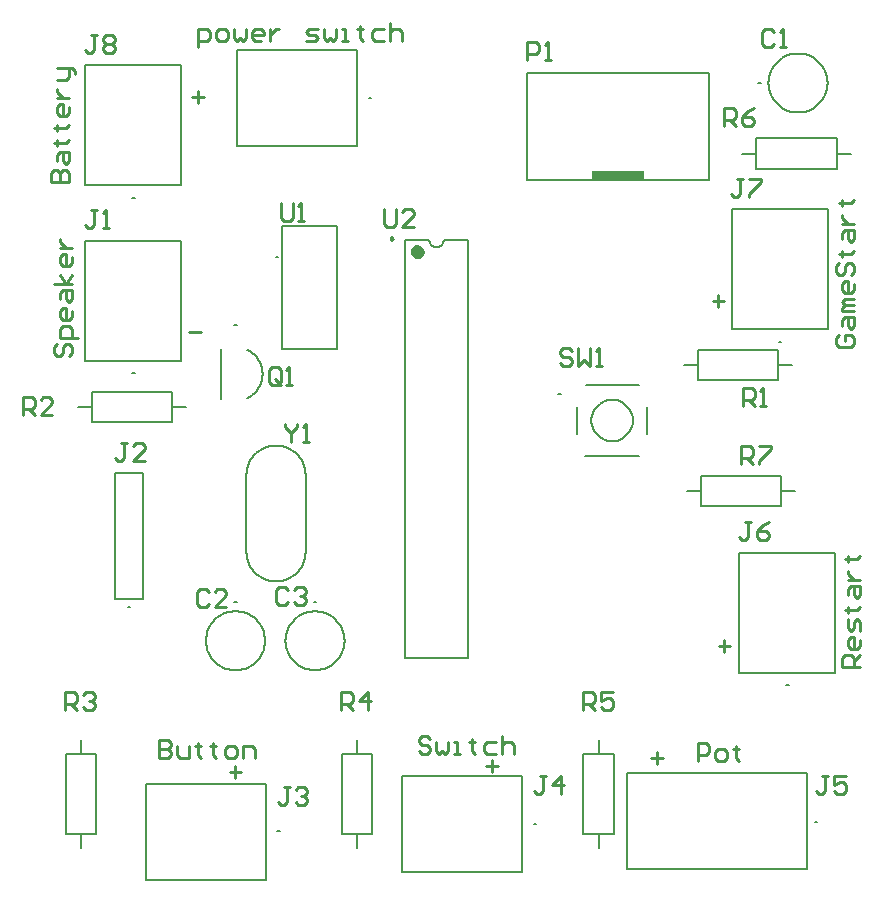
<source format=gto>
G04*
G04 #@! TF.GenerationSoftware,Altium Limited,Altium Designer,25.2.1 (25)*
G04*
G04 Layer_Color=65535*
%FSLAX25Y25*%
%MOIN*%
G70*
G04*
G04 #@! TF.SameCoordinates,06D7508E-8D86-4BD8-A93B-F394D34A9F42*
G04*
G04*
G04 #@! TF.FilePolarity,Positive*
G04*
G01*
G75*
%ADD10C,0.00787*%
%ADD11C,0.00500*%
%ADD12C,0.00984*%
%ADD13C,0.02362*%
%ADD14C,0.01000*%
%ADD15R,0.17717X0.03150*%
D10*
X383965Y215606D02*
X383177D01*
X383965D01*
X290224Y215000D02*
X289437D01*
X290224D01*
X204724Y212555D02*
X203937D01*
X204724D01*
X190394Y381354D02*
X189606D01*
X190394D01*
X365098Y462000D02*
X364311D01*
X365098D01*
X204252Y404000D02*
X203465D01*
X204252D01*
X190394Y288858D02*
X189606D01*
X190394D01*
X216894D02*
X216106D01*
X216894D01*
X254500Y409685D02*
X254690Y408728D01*
X255232Y407917D01*
X256043Y407375D01*
X257000Y407185D01*
X257957Y407375D01*
X258768Y407917D01*
X259310Y408728D01*
X259500Y409685D01*
X235224Y457000D02*
X234437D01*
X235224D01*
X156394Y365169D02*
X155606D01*
X156394D01*
X298394Y358358D02*
X297606D01*
X298394D01*
X156394Y423669D02*
X155606D01*
X156394D01*
X154894Y287437D02*
X154106D01*
X154894D01*
X374394Y261169D02*
X373606D01*
X374394D01*
X371894Y375669D02*
X371106D01*
X371894D01*
X246567Y270315D02*
Y409685D01*
X267433Y270315D02*
Y409685D01*
X246567D02*
X254500D01*
X259500D02*
X267433D01*
X246567Y270315D02*
X267433D01*
X149750Y289996D02*
X159250D01*
X149750Y332004D02*
X159250D01*
X149750Y289996D02*
Y332004D01*
X159250Y289996D02*
Y332004D01*
X287028Y429783D02*
Y465216D01*
Y429783D02*
X347972D01*
X287028Y465216D02*
X347972D01*
Y429783D02*
Y465216D01*
D11*
X199016Y364991D02*
X198960Y365998D01*
X198791Y366992D01*
X198513Y367961D01*
X198129Y368893D01*
X197644Y369776D01*
X197063Y370600D01*
X196394Y371353D01*
X195644Y372028D01*
X194825Y372615D01*
X193945Y373106D01*
Y356894D02*
X194825Y357385D01*
X195644Y357972D01*
X196394Y358647D01*
X197063Y359400D01*
X197644Y360224D01*
X198129Y361107D01*
X198513Y362039D01*
X198791Y363008D01*
X198960Y364002D01*
X199016Y365009D01*
X387343Y462000D02*
X387292Y462996D01*
X387141Y463981D01*
X386891Y464947D01*
X386545Y465881D01*
X386106Y466777D01*
X385578Y467623D01*
X384968Y468411D01*
X384281Y469134D01*
X383525Y469783D01*
X382706Y470353D01*
X381835Y470837D01*
X380918Y471230D01*
X379967Y471528D01*
X378990Y471729D01*
X377998Y471830D01*
X377002D01*
X376010Y471729D01*
X375033Y471528D01*
X374082Y471230D01*
X373165Y470837D01*
X372294Y470353D01*
X371475Y469783D01*
X370719Y469134D01*
X370032Y468411D01*
X369422Y467623D01*
X368894Y466777D01*
X368455Y465881D01*
X368109Y464947D01*
X367859Y463981D01*
X367708Y462996D01*
X367657Y462000D01*
X367708Y461004D01*
X367859Y460019D01*
X368109Y459054D01*
X368455Y458118D01*
X368894Y457223D01*
X369422Y456377D01*
X370032Y455589D01*
X370719Y454866D01*
X371475Y454217D01*
X372294Y453647D01*
X373165Y453163D01*
X374082Y452770D01*
X375033Y452472D01*
X376010Y452271D01*
X377002Y452170D01*
X377998D01*
X378991Y452271D01*
X379967Y452472D01*
X380918Y452770D01*
X381835Y453163D01*
X382706Y453647D01*
X383525Y454217D01*
X384281Y454866D01*
X384968Y455589D01*
X385578Y456377D01*
X386106Y457223D01*
X386545Y458119D01*
X386891Y459054D01*
X387141Y460019D01*
X387292Y461004D01*
X387343Y462000D01*
X203500Y341138D02*
X202471Y341084D01*
X201454Y340923D01*
X200459Y340656D01*
X199497Y340287D01*
X198579Y339819D01*
X197715Y339258D01*
X196914Y338610D01*
X196186Y337881D01*
X195537Y337081D01*
X194976Y336216D01*
X194508Y335299D01*
X194139Y334337D01*
X193873Y333342D01*
X193711Y332324D01*
X193658Y331295D01*
X213342D02*
X213289Y332324D01*
X213127Y333342D01*
X212861Y334337D01*
X212492Y335299D01*
X212024Y336216D01*
X211463Y337081D01*
X210814Y337881D01*
X210086Y338610D01*
X209285Y339258D01*
X208421Y339819D01*
X207503Y340287D01*
X206541Y340656D01*
X205546Y340923D01*
X204529Y341084D01*
X203500Y341138D01*
X193658Y305705D02*
X193711Y304676D01*
X193873Y303658D01*
X194139Y302663D01*
X194508Y301701D01*
X194976Y300783D01*
X195537Y299919D01*
X196186Y299119D01*
X196914Y298390D01*
X197715Y297742D01*
X198579Y297181D01*
X199497Y296713D01*
X200459Y296344D01*
X201454Y296077D01*
X202471Y295916D01*
X203500Y295862D01*
X204529Y295916D01*
X205546Y296077D01*
X206541Y296344D01*
X207503Y296713D01*
X208421Y297181D01*
X209285Y297742D01*
X210086Y298390D01*
X210814Y299119D01*
X211463Y299919D01*
X212024Y300783D01*
X212492Y301701D01*
X212861Y302663D01*
X213127Y303658D01*
X213289Y304676D01*
X213342Y305705D01*
X199843Y276063D02*
X199792Y277059D01*
X199641Y278044D01*
X199391Y279010D01*
X199045Y279944D01*
X198606Y280840D01*
X198078Y281686D01*
X197468Y282474D01*
X196781Y283197D01*
X196025Y283846D01*
X195206Y284416D01*
X194335Y284900D01*
X193418Y285293D01*
X192467Y285591D01*
X191490Y285792D01*
X190498Y285893D01*
X189502D01*
X188510Y285792D01*
X187533Y285591D01*
X186582Y285293D01*
X185665Y284900D01*
X184794Y284416D01*
X183975Y283846D01*
X183219Y283197D01*
X182532Y282474D01*
X181922Y281686D01*
X181394Y280840D01*
X180955Y279944D01*
X180609Y279010D01*
X180359Y278044D01*
X180208Y277059D01*
X180157Y276063D01*
X180208Y275067D01*
X180359Y274082D01*
X180609Y273116D01*
X180955Y272182D01*
X181394Y271286D01*
X181922Y270440D01*
X182532Y269652D01*
X183219Y268929D01*
X183975Y268280D01*
X184794Y267710D01*
X185665Y267226D01*
X186582Y266833D01*
X187533Y266535D01*
X188510Y266334D01*
X189502Y266233D01*
X190498D01*
X191490Y266334D01*
X192467Y266535D01*
X193418Y266833D01*
X194335Y267226D01*
X195206Y267710D01*
X196025Y268280D01*
X196781Y268929D01*
X197468Y269652D01*
X198078Y270440D01*
X198606Y271286D01*
X199045Y272182D01*
X199391Y273116D01*
X199641Y274082D01*
X199792Y275067D01*
X199843Y276063D01*
X226343D02*
X226292Y277059D01*
X226141Y278044D01*
X225891Y279010D01*
X225545Y279944D01*
X225106Y280840D01*
X224578Y281686D01*
X223968Y282474D01*
X223281Y283197D01*
X222525Y283846D01*
X221706Y284416D01*
X220835Y284900D01*
X219918Y285293D01*
X218967Y285591D01*
X217990Y285792D01*
X216999Y285893D01*
X216002D01*
X215010Y285792D01*
X214033Y285591D01*
X213082Y285293D01*
X212165Y284900D01*
X211294Y284416D01*
X210475Y283846D01*
X209719Y283197D01*
X209032Y282474D01*
X208422Y281686D01*
X207894Y280840D01*
X207455Y279944D01*
X207109Y279010D01*
X206859Y278044D01*
X206708Y277059D01*
X206658Y276063D01*
X206708Y275067D01*
X206859Y274082D01*
X207109Y273116D01*
X207455Y272182D01*
X207894Y271286D01*
X208422Y270440D01*
X209032Y269652D01*
X209719Y268929D01*
X210475Y268280D01*
X211294Y267710D01*
X212165Y267226D01*
X213082Y266833D01*
X214033Y266535D01*
X215010Y266334D01*
X216002Y266233D01*
X216999D01*
X217990Y266334D01*
X218967Y266535D01*
X219918Y266833D01*
X220835Y267226D01*
X221706Y267710D01*
X222525Y268280D01*
X223281Y268929D01*
X223968Y269652D01*
X224578Y270440D01*
X225106Y271286D01*
X225545Y272182D01*
X225891Y273116D01*
X226141Y274082D01*
X226292Y275067D01*
X226343Y276063D01*
X322410Y349500D02*
X322336Y350506D01*
X322116Y351491D01*
X321756Y352433D01*
X321263Y353312D01*
X320646Y354111D01*
X319920Y354811D01*
X319099Y355398D01*
X318202Y355859D01*
X317248Y356185D01*
X316256Y356368D01*
X315248Y356405D01*
X314245Y356294D01*
X313269Y356039D01*
X312341Y355645D01*
X311480Y355119D01*
X310704Y354474D01*
X310031Y353723D01*
X309475Y352882D01*
X309047Y351968D01*
X308756Y351002D01*
X308609Y350004D01*
Y348996D01*
X308756Y347998D01*
X309047Y347032D01*
X309475Y346118D01*
X310031Y345277D01*
X310704Y344526D01*
X311480Y343881D01*
X312341Y343355D01*
X313269Y342961D01*
X314245Y342705D01*
X315248Y342595D01*
X316256Y342632D01*
X317248Y342815D01*
X318202Y343141D01*
X319099Y343602D01*
X319920Y344189D01*
X320646Y344889D01*
X321263Y345688D01*
X321756Y346567D01*
X322116Y347509D01*
X322336Y348494D01*
X322410Y349500D01*
X320500Y232142D02*
X380500D01*
X320500Y199858D02*
Y232142D01*
Y199858D02*
X380500D01*
Y232142D01*
X285500Y198858D02*
Y230945D01*
X245500Y198858D02*
X285500D01*
X245500D02*
Y230945D01*
X285500D01*
X200000Y196413D02*
Y228500D01*
X160000Y196413D02*
X200000D01*
X160000D02*
Y228500D01*
X200000D01*
X344114Y368000D02*
Y373118D01*
Y362882D02*
Y368000D01*
Y362882D02*
X370886D01*
Y368000D01*
Y373118D01*
X344114D02*
X370886D01*
X339469Y368000D02*
X344114D01*
X370886D02*
X375532D01*
X371886Y320882D02*
Y326000D01*
Y331118D01*
X345114D02*
X371886D01*
X345114Y326000D02*
Y331118D01*
Y320882D02*
Y326000D01*
Y320882D02*
X371886D01*
Y326000D02*
X376532D01*
X340469D02*
X345114D01*
X168886Y348882D02*
Y354000D01*
Y359118D01*
X142114D02*
X168886D01*
X142114Y354000D02*
Y359118D01*
Y348882D02*
Y354000D01*
Y348882D02*
X168886D01*
Y354000D02*
X173531D01*
X137469D02*
X142114D01*
X185000Y356594D02*
Y373406D01*
X205650Y373488D02*
Y414433D01*
Y373488D02*
X223760D01*
Y414433D01*
X205650D02*
X223760D01*
X193658Y305705D02*
Y331295D01*
X213342Y305705D02*
Y331295D01*
X230500Y440858D02*
Y472945D01*
X190500Y440858D02*
X230500D01*
X190500D02*
Y472945D01*
X230500D01*
X133382Y211614D02*
X138500D01*
X143618D01*
Y238386D01*
X138500D02*
X143618D01*
X133382D02*
X138500D01*
X133382Y211614D02*
Y238386D01*
X138500Y206968D02*
Y211614D01*
Y238386D02*
Y243032D01*
X225382Y211614D02*
X230500D01*
X235618D01*
Y238386D01*
X230500D02*
X235618D01*
X225382D02*
X230500D01*
X225382Y211614D02*
Y238386D01*
X230500Y206968D02*
Y211614D01*
Y238386D02*
Y243032D01*
X305882Y211614D02*
X311000D01*
X316118D01*
Y238386D01*
X311000D02*
X316118D01*
X305882D02*
X311000D01*
X305882Y211614D02*
Y238386D01*
X311000Y206968D02*
Y211614D01*
Y238386D02*
Y243032D01*
X390386Y433382D02*
Y438500D01*
Y443618D01*
X363614D02*
X390386D01*
X363614Y438500D02*
Y443618D01*
Y433382D02*
Y438500D01*
Y433382D02*
X390386D01*
Y438500D02*
X395031D01*
X358968D02*
X363614D01*
X171945Y369500D02*
Y409500D01*
X139858D02*
X171945D01*
X139858Y369500D02*
Y409500D01*
Y369500D02*
X171945D01*
X306839Y361291D02*
X324555D01*
X327311Y344972D02*
Y354028D01*
X306445Y337709D02*
X324555D01*
X303709Y344972D02*
Y354028D01*
X171945Y428000D02*
Y468000D01*
X139858D02*
X171945D01*
X139858Y428000D02*
Y468000D01*
Y428000D02*
X171945D01*
X389945Y265500D02*
Y305500D01*
X357858D02*
X389945D01*
X357858Y265500D02*
Y305500D01*
Y265500D02*
X389945D01*
X387445Y380000D02*
Y420000D01*
X355358D02*
X387445D01*
X355358Y380000D02*
Y420000D01*
Y380000D02*
X387445D01*
D12*
X242492Y410118D02*
X241754Y410544D01*
Y409692D01*
X242492Y410118D01*
D13*
X251685Y405748D02*
X251240Y406671D01*
X250241Y406899D01*
X249440Y406260D01*
Y405236D01*
X250241Y404597D01*
X251240Y404825D01*
X251685Y405748D01*
D14*
X398000Y267500D02*
X392002D01*
Y270499D01*
X393002Y271499D01*
X395001D01*
X396001Y270499D01*
Y267500D01*
Y269499D02*
X398000Y271499D01*
Y276497D02*
Y274498D01*
X397000Y273498D01*
X395001D01*
X394001Y274498D01*
Y276497D01*
X395001Y277497D01*
X396001D01*
Y273498D01*
X398000Y279496D02*
Y282495D01*
X397000Y283495D01*
X396001Y282495D01*
Y280496D01*
X395001Y279496D01*
X394001Y280496D01*
Y283495D01*
X393002Y286494D02*
X394001D01*
Y285494D01*
Y287493D01*
Y286494D01*
X397000D01*
X398000Y287493D01*
X394001Y291492D02*
Y293492D01*
X395001Y294491D01*
X398000D01*
Y291492D01*
X397000Y290493D01*
X396001Y291492D01*
Y294491D01*
X394001Y296491D02*
X398000D01*
X396001D01*
X395001Y297490D01*
X394001Y298490D01*
Y299490D01*
X393002Y303488D02*
X394001D01*
Y302489D01*
Y304488D01*
Y303488D01*
X397000D01*
X398000Y304488D01*
X391002Y377999D02*
X390002Y376999D01*
Y375000D01*
X391002Y374000D01*
X395000D01*
X396000Y375000D01*
Y376999D01*
X395000Y377999D01*
X393001D01*
Y375999D01*
X392001Y380998D02*
Y382997D01*
X393001Y383997D01*
X396000D01*
Y380998D01*
X395000Y379998D01*
X394001Y380998D01*
Y383997D01*
X396000Y385996D02*
X392001D01*
Y386996D01*
X393001Y387996D01*
X396000D01*
X393001D01*
X392001Y388995D01*
X393001Y389995D01*
X396000D01*
Y394993D02*
Y392994D01*
X395000Y391994D01*
X393001D01*
X392001Y392994D01*
Y394993D01*
X393001Y395993D01*
X394001D01*
Y391994D01*
X391002Y401991D02*
X390002Y400991D01*
Y398992D01*
X391002Y397992D01*
X392001D01*
X393001Y398992D01*
Y400991D01*
X394001Y401991D01*
X395000D01*
X396000Y400991D01*
Y398992D01*
X395000Y397992D01*
X391002Y404990D02*
X392001D01*
Y403990D01*
Y405990D01*
Y404990D01*
X395000D01*
X396000Y405990D01*
X392001Y409988D02*
Y411988D01*
X393001Y412987D01*
X396000D01*
Y409988D01*
X395000Y408989D01*
X394001Y409988D01*
Y412987D01*
X392001Y414987D02*
X396000D01*
X394001D01*
X393001Y415986D01*
X392001Y416986D01*
Y417986D01*
X391002Y421984D02*
X392001D01*
Y420985D01*
Y422984D01*
Y421984D01*
X395000D01*
X396000Y422984D01*
X349000Y389499D02*
X352999D01*
X350999Y391499D02*
Y387500D01*
X351000Y274499D02*
X354999D01*
X352999Y276499D02*
Y272500D01*
X328500Y236999D02*
X332499D01*
X330499Y238999D02*
Y235000D01*
X273500Y234499D02*
X277499D01*
X275499Y236499D02*
Y232500D01*
X188000Y232499D02*
X191999D01*
X189999Y234499D02*
Y230500D01*
X174500Y379000D02*
X178499D01*
X130502Y374999D02*
X129503Y373999D01*
Y372000D01*
X130502Y371000D01*
X131502D01*
X132502Y372000D01*
Y373999D01*
X133501Y374999D01*
X134501D01*
X135501Y373999D01*
Y372000D01*
X134501Y371000D01*
X137500Y376998D02*
X131502D01*
Y379997D01*
X132502Y380997D01*
X134501D01*
X135501Y379997D01*
Y376998D01*
Y385995D02*
Y383996D01*
X134501Y382996D01*
X132502D01*
X131502Y383996D01*
Y385995D01*
X132502Y386995D01*
X133501D01*
Y382996D01*
X131502Y389994D02*
Y391993D01*
X132502Y392993D01*
X135501D01*
Y389994D01*
X134501Y388994D01*
X133501Y389994D01*
Y392993D01*
X135501Y394992D02*
X129503D01*
X133501D02*
X131502Y397991D01*
X133501Y394992D02*
X135501Y397991D01*
Y403989D02*
Y401990D01*
X134501Y400990D01*
X132502D01*
X131502Y401990D01*
Y403989D01*
X132502Y404989D01*
X133501D01*
Y400990D01*
X131502Y406988D02*
X135501D01*
X133501D01*
X132502Y407988D01*
X131502Y408988D01*
Y409987D01*
X175500Y457499D02*
X179499D01*
X177499Y459499D02*
Y455500D01*
X128503Y429000D02*
X134501D01*
Y431999D01*
X133501Y432999D01*
X132501D01*
X131502Y431999D01*
Y429000D01*
Y431999D01*
X130502Y432999D01*
X129502D01*
X128503Y431999D01*
Y429000D01*
X130502Y435998D02*
Y437997D01*
X131502Y438997D01*
X134501D01*
Y435998D01*
X133501Y434998D01*
X132501Y435998D01*
Y438997D01*
X129502Y441996D02*
X130502D01*
Y440996D01*
Y442996D01*
Y441996D01*
X133501D01*
X134501Y442996D01*
X129502Y446994D02*
X130502D01*
Y445995D01*
Y447994D01*
Y446994D01*
X133501D01*
X134501Y447994D01*
Y453992D02*
Y451993D01*
X133501Y450993D01*
X131502D01*
X130502Y451993D01*
Y453992D01*
X131502Y454992D01*
X132501D01*
Y450993D01*
X130502Y456991D02*
X134501D01*
X132501D01*
X131502Y457991D01*
X130502Y458990D01*
Y459990D01*
Y462989D02*
X133501D01*
X134501Y463989D01*
Y466988D01*
X135500D01*
X136500Y465988D01*
Y464988D01*
X134501Y466988D02*
X130502D01*
X344000Y236000D02*
Y241998D01*
X346999D01*
X347999Y240998D01*
Y238999D01*
X346999Y237999D01*
X344000D01*
X350998Y236000D02*
X352997D01*
X353997Y237000D01*
Y238999D01*
X352997Y239999D01*
X350998D01*
X349998Y238999D01*
Y237000D01*
X350998Y236000D01*
X356996Y240998D02*
Y239999D01*
X355996D01*
X357996D01*
X356996D01*
Y237000D01*
X357996Y236000D01*
X254999Y243498D02*
X253999Y244498D01*
X252000D01*
X251000Y243498D01*
Y242499D01*
X252000Y241499D01*
X253999D01*
X254999Y240499D01*
Y239500D01*
X253999Y238500D01*
X252000D01*
X251000Y239500D01*
X256998Y242499D02*
Y239500D01*
X257998Y238500D01*
X258997Y239500D01*
X259997Y238500D01*
X260997Y239500D01*
Y242499D01*
X262996Y238500D02*
X264996D01*
X263996D01*
Y242499D01*
X262996D01*
X268994Y243498D02*
Y242499D01*
X267994D01*
X269994D01*
X268994D01*
Y239500D01*
X269994Y238500D01*
X276992Y242499D02*
X273993D01*
X272993Y241499D01*
Y239500D01*
X273993Y238500D01*
X276992D01*
X278991Y244498D02*
Y238500D01*
Y241499D01*
X279991Y242499D01*
X281990D01*
X282990Y241499D01*
Y238500D01*
X164500Y242998D02*
Y237000D01*
X167499D01*
X168499Y238000D01*
Y238999D01*
X167499Y239999D01*
X164500D01*
X167499D01*
X168499Y240999D01*
Y241998D01*
X167499Y242998D01*
X164500D01*
X170498Y240999D02*
Y238000D01*
X171498Y237000D01*
X174497D01*
Y240999D01*
X177496Y241998D02*
Y240999D01*
X176496D01*
X178496D01*
X177496D01*
Y238000D01*
X178496Y237000D01*
X182494Y241998D02*
Y240999D01*
X181494D01*
X183494D01*
X182494D01*
Y238000D01*
X183494Y237000D01*
X187493D02*
X189492D01*
X190492Y238000D01*
Y239999D01*
X189492Y240999D01*
X187493D01*
X186493Y239999D01*
Y238000D01*
X187493Y237000D01*
X192491D02*
Y240999D01*
X195490D01*
X196490Y239999D01*
Y237000D01*
X206501Y348499D02*
Y347499D01*
X208501Y345500D01*
X210500Y347499D01*
Y348499D01*
X208501Y345500D02*
Y342501D01*
X212499D02*
X214499D01*
X213499D01*
Y348499D01*
X212499Y347499D01*
X358502Y335001D02*
Y340999D01*
X361501D01*
X362500Y339999D01*
Y338000D01*
X361501Y337000D01*
X358502D01*
X360501D02*
X362500Y335001D01*
X364500Y340999D02*
X368498D01*
Y339999D01*
X364500Y336001D01*
Y335001D01*
X352900Y447700D02*
Y453698D01*
X355899D01*
X356899Y452698D01*
Y450699D01*
X355899Y449699D01*
X352900D01*
X354899D02*
X356899Y447700D01*
X362897Y453698D02*
X360897Y452698D01*
X358898Y450699D01*
Y448700D01*
X359898Y447700D01*
X361897D01*
X362897Y448700D01*
Y449699D01*
X361897Y450699D01*
X358898D01*
X305800Y253100D02*
Y259098D01*
X308799D01*
X309799Y258098D01*
Y256099D01*
X308799Y255099D01*
X305800D01*
X307799D02*
X309799Y253100D01*
X315797Y259098D02*
X311798D01*
Y256099D01*
X313797Y257099D01*
X314797D01*
X315797Y256099D01*
Y254100D01*
X314797Y253100D01*
X312798D01*
X311798Y254100D01*
X225300Y253100D02*
Y259098D01*
X228299D01*
X229299Y258098D01*
Y256099D01*
X228299Y255099D01*
X225300D01*
X227299D02*
X229299Y253100D01*
X234297D02*
Y259098D01*
X231298Y256099D01*
X235297D01*
X133300Y253100D02*
Y259098D01*
X136299D01*
X137299Y258098D01*
Y256099D01*
X136299Y255099D01*
X133300D01*
X135299D02*
X137299Y253100D01*
X139298Y258098D02*
X140298Y259098D01*
X142297D01*
X143297Y258098D01*
Y257099D01*
X142297Y256099D01*
X141297D01*
X142297D01*
X143297Y255099D01*
Y254100D01*
X142297Y253100D01*
X140298D01*
X139298Y254100D01*
X119002Y351501D02*
Y357499D01*
X122001D01*
X123000Y356499D01*
Y354500D01*
X122001Y353500D01*
X119002D01*
X121001D02*
X123000Y351501D01*
X128998D02*
X125000D01*
X128998Y355500D01*
Y356499D01*
X127999Y357499D01*
X125999D01*
X125000Y356499D01*
X359001Y354501D02*
Y360499D01*
X362000D01*
X363000Y359499D01*
Y357500D01*
X362000Y356500D01*
X359001D01*
X361001D02*
X363000Y354501D01*
X364999D02*
X366999D01*
X365999D01*
Y360499D01*
X364999Y359499D01*
X207500Y292999D02*
X206501Y293999D01*
X204501D01*
X203502Y292999D01*
Y289001D01*
X204501Y288001D01*
X206501D01*
X207500Y289001D01*
X209500Y292999D02*
X210499Y293999D01*
X212499D01*
X213498Y292999D01*
Y292000D01*
X212499Y291000D01*
X211499D01*
X212499D01*
X213498Y290000D01*
Y289001D01*
X212499Y288001D01*
X210499D01*
X209500Y289001D01*
X181000Y292499D02*
X180001Y293499D01*
X178001D01*
X177002Y292499D01*
Y288501D01*
X178001Y287501D01*
X180001D01*
X181000Y288501D01*
X186998Y287501D02*
X183000D01*
X186998Y291500D01*
Y292499D01*
X185999Y293499D01*
X183999D01*
X183000Y292499D01*
X369500Y478999D02*
X368500Y479999D01*
X366501D01*
X365501Y478999D01*
Y475001D01*
X366501Y474001D01*
X368500D01*
X369500Y475001D01*
X371499Y474001D02*
X373499D01*
X372499D01*
Y479999D01*
X371499Y478999D01*
X177511Y474001D02*
Y479999D01*
X180510D01*
X181510Y479000D01*
Y477000D01*
X180510Y476001D01*
X177511D01*
X184509D02*
X186508D01*
X187508Y477000D01*
Y479000D01*
X186508Y479999D01*
X184509D01*
X183509Y479000D01*
Y477000D01*
X184509Y476001D01*
X189507Y479999D02*
Y477000D01*
X190507Y476001D01*
X191507Y477000D01*
X192506Y476001D01*
X193506Y477000D01*
Y479999D01*
X198504Y476001D02*
X196505D01*
X195505Y477000D01*
Y479000D01*
X196505Y479999D01*
X198504D01*
X199504Y479000D01*
Y478000D01*
X195505D01*
X201503Y479999D02*
Y476001D01*
Y478000D01*
X202503Y479000D01*
X203503Y479999D01*
X204502D01*
X213499Y476001D02*
X216498D01*
X217498Y477000D01*
X216498Y478000D01*
X214499D01*
X213499Y479000D01*
X214499Y479999D01*
X217498D01*
X219497D02*
Y477000D01*
X220497Y476001D01*
X221497Y477000D01*
X222497Y476001D01*
X223496Y477000D01*
Y479999D01*
X225496Y476001D02*
X227495D01*
X226495D01*
Y479999D01*
X225496D01*
X231493Y480999D02*
Y479999D01*
X230494D01*
X232493D01*
X231493D01*
Y477000D01*
X232493Y476001D01*
X239491Y479999D02*
X236492D01*
X235492Y479000D01*
Y477000D01*
X236492Y476001D01*
X239491D01*
X241490Y481999D02*
Y476001D01*
Y479000D01*
X242490Y479999D01*
X244489D01*
X245489Y479000D01*
Y476001D01*
X239600Y420098D02*
Y415100D01*
X240600Y414100D01*
X242599D01*
X243599Y415100D01*
Y420098D01*
X249597Y414100D02*
X245598D01*
X249597Y418099D01*
Y419098D01*
X248597Y420098D01*
X246598D01*
X245598Y419098D01*
X205001Y421999D02*
Y417001D01*
X206001Y416001D01*
X208000D01*
X209000Y417001D01*
Y421999D01*
X210999Y416001D02*
X212999D01*
X211999D01*
Y421999D01*
X210999Y420999D01*
X302199Y372798D02*
X301199Y373798D01*
X299200D01*
X298200Y372798D01*
Y371799D01*
X299200Y370799D01*
X301199D01*
X302199Y369799D01*
Y368800D01*
X301199Y367800D01*
X299200D01*
X298200Y368800D01*
X304198Y373798D02*
Y367800D01*
X306197Y369799D01*
X308197Y367800D01*
Y373798D01*
X310196Y367800D02*
X312195D01*
X311196D01*
Y373798D01*
X310196Y372798D01*
X205000Y362501D02*
Y366499D01*
X204000Y367499D01*
X202001D01*
X201001Y366499D01*
Y362501D01*
X202001Y361501D01*
X204000D01*
X203001Y363500D02*
X205000Y361501D01*
X204000D02*
X205000Y362501D01*
X206999Y361501D02*
X208999D01*
X207999D01*
Y367499D01*
X206999Y366499D01*
X287100Y469700D02*
Y475698D01*
X290099D01*
X291099Y474698D01*
Y472699D01*
X290099Y471699D01*
X287100D01*
X293098Y469700D02*
X295097D01*
X294098D01*
Y475698D01*
X293098Y474698D01*
X143799Y478098D02*
X141799D01*
X142799D01*
Y473100D01*
X141799Y472100D01*
X140800D01*
X139800Y473100D01*
X145798Y477098D02*
X146798Y478098D01*
X148797D01*
X149797Y477098D01*
Y476099D01*
X148797Y475099D01*
X149797Y474099D01*
Y473100D01*
X148797Y472100D01*
X146798D01*
X145798Y473100D01*
Y474099D01*
X146798Y475099D01*
X145798Y476099D01*
Y477098D01*
X146798Y475099D02*
X148797D01*
X359299Y430098D02*
X357299D01*
X358299D01*
Y425100D01*
X357299Y424100D01*
X356300D01*
X355300Y425100D01*
X361298Y430098D02*
X365297D01*
Y429098D01*
X361298Y425100D01*
Y424100D01*
X361799Y315598D02*
X359799D01*
X360799D01*
Y310600D01*
X359799Y309600D01*
X358800D01*
X357800Y310600D01*
X367797Y315598D02*
X365797Y314598D01*
X363798Y312599D01*
Y310600D01*
X364798Y309600D01*
X366797D01*
X367797Y310600D01*
Y311599D01*
X366797Y312599D01*
X363798D01*
X387500Y230999D02*
X385501D01*
X386501D01*
Y226001D01*
X385501Y225001D01*
X384501D01*
X383502Y226001D01*
X393498Y230999D02*
X389500D01*
Y228000D01*
X391499Y229000D01*
X392499D01*
X393498Y228000D01*
Y226001D01*
X392499Y225001D01*
X390499D01*
X389500Y226001D01*
X293500Y230999D02*
X291501D01*
X292501D01*
Y226001D01*
X291501Y225001D01*
X290501D01*
X289502Y226001D01*
X298499Y225001D02*
Y230999D01*
X295500Y228000D01*
X299498D01*
X208000Y227499D02*
X206001D01*
X207001D01*
Y222501D01*
X206001Y221501D01*
X205001D01*
X204002Y222501D01*
X210000Y226499D02*
X210999Y227499D01*
X212999D01*
X213998Y226499D01*
Y225500D01*
X212999Y224500D01*
X211999D01*
X212999D01*
X213998Y223500D01*
Y222501D01*
X212999Y221501D01*
X210999D01*
X210000Y222501D01*
X153699Y342098D02*
X151699D01*
X152699D01*
Y337100D01*
X151699Y336100D01*
X150700D01*
X149700Y337100D01*
X159697Y336100D02*
X155698D01*
X159697Y340099D01*
Y341098D01*
X158697Y342098D01*
X156698D01*
X155698Y341098D01*
X143799Y419598D02*
X141799D01*
X142799D01*
Y414600D01*
X141799Y413600D01*
X140800D01*
X139800Y414600D01*
X145798Y413600D02*
X147797D01*
X146798D01*
Y419598D01*
X145798Y418598D01*
D15*
X317500Y431358D02*
D03*
M02*

</source>
